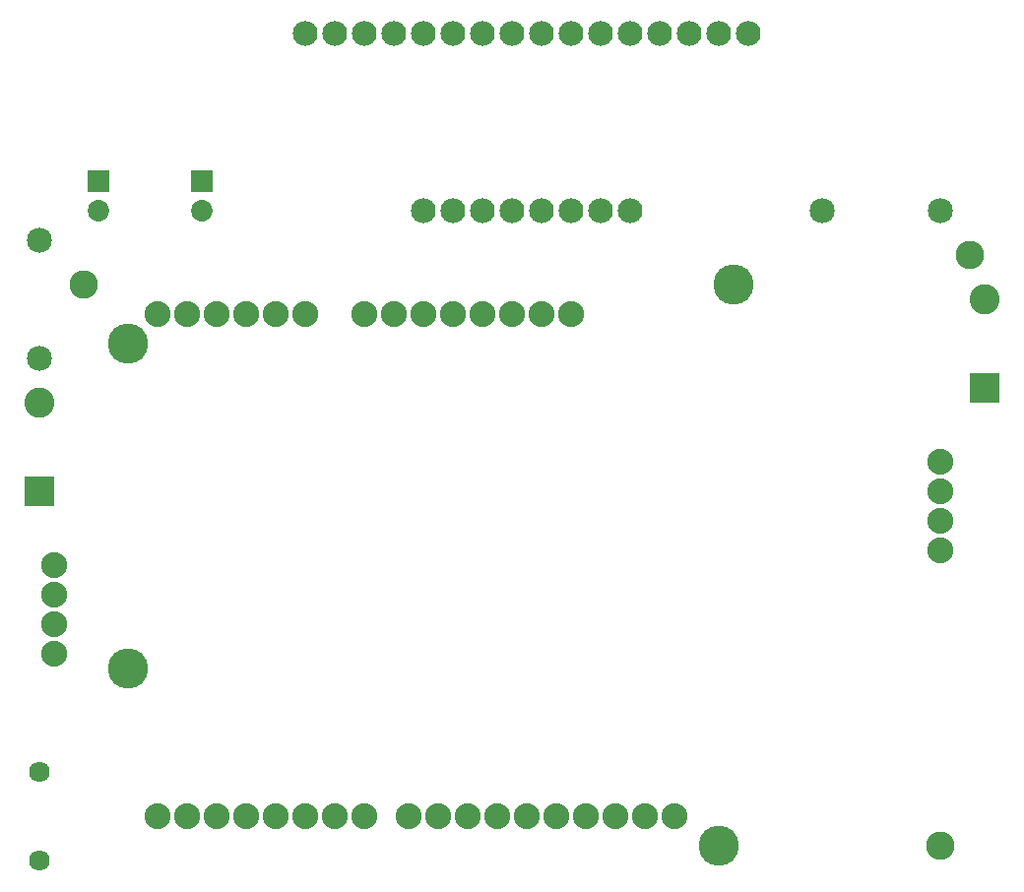
<source format=gbs>
G04 MADE WITH FRITZING*
G04 WWW.FRITZING.ORG*
G04 DOUBLE SIDED*
G04 HOLES PLATED*
G04 CONTOUR ON CENTER OF CONTOUR VECTOR*
%ASAXBY*%
%FSLAX23Y23*%
%MOIN*%
%OFA0B0*%
%SFA1.0B1.0*%
%ADD10C,0.088000*%
%ADD11C,0.084000*%
%ADD12C,0.070444*%
%ADD13C,0.102000*%
%ADD14C,0.085000*%
%ADD15C,0.135984*%
%ADD16C,0.072992*%
%ADD17C,0.096614*%
%ADD18R,0.102000X0.102000*%
%ADD19R,0.072992X0.072992*%
%LNMASK0*%
G90*
G70*
G54D10*
X3199Y1473D03*
X3199Y1373D03*
X3199Y1273D03*
X3199Y1173D03*
X199Y823D03*
X199Y923D03*
X199Y1023D03*
X199Y1123D03*
G54D11*
X1049Y2923D03*
X1149Y2923D03*
X1249Y2923D03*
X1349Y2923D03*
X1449Y2923D03*
X1549Y2923D03*
X1649Y2923D03*
X1749Y2923D03*
X1849Y2923D03*
X1949Y2923D03*
X2049Y2923D03*
X2149Y2923D03*
X2249Y2923D03*
X2349Y2923D03*
X2449Y2923D03*
X2549Y2923D03*
X1449Y2323D03*
X1549Y2323D03*
X1649Y2323D03*
X1749Y2323D03*
X1849Y2323D03*
X1949Y2323D03*
X2049Y2323D03*
X2149Y2323D03*
G54D12*
X149Y423D03*
X149Y123D03*
G54D13*
X3349Y1723D03*
X3349Y2023D03*
X149Y1373D03*
X149Y1673D03*
G54D14*
X2799Y2323D03*
X3199Y2323D03*
X149Y1823D03*
X149Y2223D03*
G54D15*
X2499Y2073D03*
X449Y1873D03*
X449Y773D03*
X2449Y173D03*
G54D16*
X349Y2422D03*
X349Y2323D03*
X699Y2422D03*
X699Y2323D03*
G54D10*
X1049Y1973D03*
X949Y1973D03*
X849Y1973D03*
X749Y1973D03*
X649Y1973D03*
X549Y1973D03*
X2299Y273D03*
X2199Y273D03*
X2099Y273D03*
X1999Y273D03*
X1899Y273D03*
X1799Y273D03*
X1699Y273D03*
X1599Y273D03*
X1499Y273D03*
X1399Y273D03*
X1249Y273D03*
X1149Y273D03*
X1049Y273D03*
X949Y273D03*
X849Y273D03*
X749Y273D03*
X649Y273D03*
X549Y273D03*
X1949Y1973D03*
X1849Y1973D03*
X1749Y1973D03*
X1649Y1973D03*
X1549Y1973D03*
X1449Y1973D03*
X1349Y1973D03*
X1249Y1973D03*
G54D17*
X3199Y173D03*
X3299Y2173D03*
X299Y2073D03*
G54D18*
X3349Y1723D03*
X149Y1373D03*
G54D19*
X349Y2422D03*
X699Y2422D03*
G04 End of Mask0*
M02*
</source>
